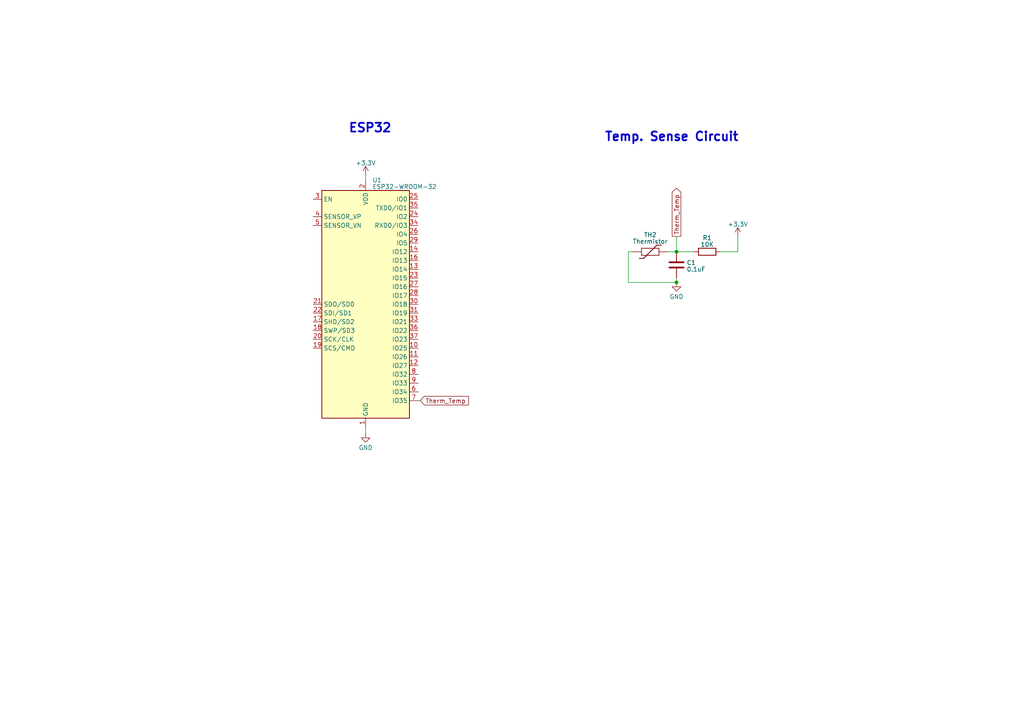
<source format=kicad_sch>
(kicad_sch (version 20230121) (generator eeschema)

  (uuid cee48722-130d-460d-9668-4c47b99c9a79)

  (paper "A4")

  (lib_symbols
    (symbol "Device:C" (pin_numbers hide) (pin_names (offset 0.254)) (in_bom yes) (on_board yes)
      (property "Reference" "C" (at 0.635 2.54 0)
        (effects (font (size 1.27 1.27)) (justify left))
      )
      (property "Value" "C" (at 0.635 -2.54 0)
        (effects (font (size 1.27 1.27)) (justify left))
      )
      (property "Footprint" "" (at 0.9652 -3.81 0)
        (effects (font (size 1.27 1.27)) hide)
      )
      (property "Datasheet" "~" (at 0 0 0)
        (effects (font (size 1.27 1.27)) hide)
      )
      (property "ki_keywords" "cap capacitor" (at 0 0 0)
        (effects (font (size 1.27 1.27)) hide)
      )
      (property "ki_description" "Unpolarized capacitor" (at 0 0 0)
        (effects (font (size 1.27 1.27)) hide)
      )
      (property "ki_fp_filters" "C_*" (at 0 0 0)
        (effects (font (size 1.27 1.27)) hide)
      )
      (symbol "C_0_1"
        (polyline
          (pts
            (xy -2.032 -0.762)
            (xy 2.032 -0.762)
          )
          (stroke (width 0.508) (type default))
          (fill (type none))
        )
        (polyline
          (pts
            (xy -2.032 0.762)
            (xy 2.032 0.762)
          )
          (stroke (width 0.508) (type default))
          (fill (type none))
        )
      )
      (symbol "C_1_1"
        (pin passive line (at 0 3.81 270) (length 2.794)
          (name "~" (effects (font (size 1.27 1.27))))
          (number "1" (effects (font (size 1.27 1.27))))
        )
        (pin passive line (at 0 -3.81 90) (length 2.794)
          (name "~" (effects (font (size 1.27 1.27))))
          (number "2" (effects (font (size 1.27 1.27))))
        )
      )
    )
    (symbol "Device:R" (pin_numbers hide) (pin_names (offset 0)) (in_bom yes) (on_board yes)
      (property "Reference" "R" (at 2.032 0 90)
        (effects (font (size 1.27 1.27)))
      )
      (property "Value" "R" (at 0 0 90)
        (effects (font (size 1.27 1.27)))
      )
      (property "Footprint" "" (at -1.778 0 90)
        (effects (font (size 1.27 1.27)) hide)
      )
      (property "Datasheet" "~" (at 0 0 0)
        (effects (font (size 1.27 1.27)) hide)
      )
      (property "ki_keywords" "R res resistor" (at 0 0 0)
        (effects (font (size 1.27 1.27)) hide)
      )
      (property "ki_description" "Resistor" (at 0 0 0)
        (effects (font (size 1.27 1.27)) hide)
      )
      (property "ki_fp_filters" "R_*" (at 0 0 0)
        (effects (font (size 1.27 1.27)) hide)
      )
      (symbol "R_0_1"
        (rectangle (start -1.016 -2.54) (end 1.016 2.54)
          (stroke (width 0.254) (type default))
          (fill (type none))
        )
      )
      (symbol "R_1_1"
        (pin passive line (at 0 3.81 270) (length 1.27)
          (name "~" (effects (font (size 1.27 1.27))))
          (number "1" (effects (font (size 1.27 1.27))))
        )
        (pin passive line (at 0 -3.81 90) (length 1.27)
          (name "~" (effects (font (size 1.27 1.27))))
          (number "2" (effects (font (size 1.27 1.27))))
        )
      )
    )
    (symbol "Device:Thermistor" (pin_numbers hide) (pin_names (offset 0)) (in_bom yes) (on_board yes)
      (property "Reference" "TH" (at 2.54 1.27 90)
        (effects (font (size 1.27 1.27)))
      )
      (property "Value" "Thermistor" (at -2.54 0 90)
        (effects (font (size 1.27 1.27)) (justify bottom))
      )
      (property "Footprint" "" (at 0 0 0)
        (effects (font (size 1.27 1.27)) hide)
      )
      (property "Datasheet" "~" (at 0 0 0)
        (effects (font (size 1.27 1.27)) hide)
      )
      (property "ki_keywords" "R res thermistor" (at 0 0 0)
        (effects (font (size 1.27 1.27)) hide)
      )
      (property "ki_description" "Temperature dependent resistor" (at 0 0 0)
        (effects (font (size 1.27 1.27)) hide)
      )
      (property "ki_fp_filters" "R_*" (at 0 0 0)
        (effects (font (size 1.27 1.27)) hide)
      )
      (symbol "Thermistor_0_1"
        (rectangle (start -1.016 2.54) (end 1.016 -2.54)
          (stroke (width 0.2032) (type default))
          (fill (type none))
        )
        (polyline
          (pts
            (xy -1.905 3.175)
            (xy -1.905 1.905)
            (xy 1.905 -1.905)
            (xy 1.905 -3.175)
            (xy 1.905 -3.175)
          )
          (stroke (width 0.254) (type default))
          (fill (type none))
        )
      )
      (symbol "Thermistor_1_1"
        (pin passive line (at 0 5.08 270) (length 2.54)
          (name "~" (effects (font (size 1.27 1.27))))
          (number "1" (effects (font (size 1.27 1.27))))
        )
        (pin passive line (at 0 -5.08 90) (length 2.54)
          (name "~" (effects (font (size 1.27 1.27))))
          (number "2" (effects (font (size 1.27 1.27))))
        )
      )
    )
    (symbol "MRDT_Connectors:Molex_SL_03" (pin_names (offset 1.016)) (in_bom yes) (on_board yes)
      (property "Reference" "Conn" (at 3.81 -1.27 0)
        (effects (font (size 1.524 1.524)))
      )
      (property "Value" "Molex_SL_03" (at 1.27 8.89 0)
        (effects (font (size 1.524 1.524)))
      )
      (property "Footprint" "" (at 0 0 0)
        (effects (font (size 1.524 1.524)) hide)
      )
      (property "Datasheet" "" (at 0 0 0)
        (effects (font (size 1.524 1.524)) hide)
      )
      (property "ki_keywords" "MOLEX SL" (at 0 0 0)
        (effects (font (size 1.27 1.27)) hide)
      )
      (symbol "Molex_SL_03_0_1"
        (rectangle (start 0 7.62) (end 2.54 0)
          (stroke (width 0) (type default))
          (fill (type none))
        )
      )
      (symbol "Molex_SL_03_1_1"
        (pin input line (at -5.08 6.35 0) (length 5.08)
          (name "~" (effects (font (size 1.27 1.27))))
          (number "1" (effects (font (size 1.27 1.27))))
        )
        (pin input line (at -5.08 3.81 0) (length 5.08)
          (name "~" (effects (font (size 1.27 1.27))))
          (number "2" (effects (font (size 1.27 1.27))))
        )
        (pin input line (at -5.08 1.27 0) (length 5.08)
          (name "~" (effects (font (size 1.27 1.27))))
          (number "3" (effects (font (size 1.27 1.27))))
        )
      )
    )
    (symbol "MRDT_Connectors:Molex_SL_04" (pin_names (offset 1.016)) (in_bom yes) (on_board yes)
      (property "Reference" "Conn" (at 3.81 -1.27 0)
        (effects (font (size 1.524 1.524)))
      )
      (property "Value" "Molex_SL_04" (at 1.27 11.43 0)
        (effects (font (size 1.524 1.524)))
      )
      (property "Footprint" "" (at 0 0 0)
        (effects (font (size 1.524 1.524)) hide)
      )
      (property "Datasheet" "" (at 0 0 0)
        (effects (font (size 1.524 1.524)) hide)
      )
      (property "ki_keywords" "MOLEX SL" (at 0 0 0)
        (effects (font (size 1.27 1.27)) hide)
      )
      (symbol "Molex_SL_04_0_1"
        (rectangle (start 0 10.16) (end 2.54 0)
          (stroke (width 0) (type default))
          (fill (type none))
        )
      )
      (symbol "Molex_SL_04_1_1"
        (pin input line (at -5.08 8.89 0) (length 5.08)
          (name "~" (effects (font (size 1.27 1.27))))
          (number "1" (effects (font (size 1.27 1.27))))
        )
        (pin input line (at -5.08 6.35 0) (length 5.08)
          (name "~" (effects (font (size 1.27 1.27))))
          (number "2" (effects (font (size 1.27 1.27))))
        )
        (pin input line (at -5.08 3.81 0) (length 5.08)
          (name "~" (effects (font (size 1.27 1.27))))
          (number "3" (effects (font (size 1.27 1.27))))
        )
        (pin input line (at -5.08 1.27 0) (length 5.08)
          (name "~" (effects (font (size 1.27 1.27))))
          (number "4" (effects (font (size 1.27 1.27))))
        )
      )
    )
    (symbol "RF_Module:ESP32-WROOM-32" (in_bom yes) (on_board yes)
      (property "Reference" "U" (at -12.7 34.29 0)
        (effects (font (size 1.27 1.27)) (justify left))
      )
      (property "Value" "ESP32-WROOM-32" (at 1.27 34.29 0)
        (effects (font (size 1.27 1.27)) (justify left))
      )
      (property "Footprint" "RF_Module:ESP32-WROOM-32" (at 0 -38.1 0)
        (effects (font (size 1.27 1.27)) hide)
      )
      (property "Datasheet" "https://www.espressif.com/sites/default/files/documentation/esp32-wroom-32_datasheet_en.pdf" (at -7.62 1.27 0)
        (effects (font (size 1.27 1.27)) hide)
      )
      (property "ki_keywords" "RF Radio BT ESP ESP32 Espressif onboard PCB antenna" (at 0 0 0)
        (effects (font (size 1.27 1.27)) hide)
      )
      (property "ki_description" "RF Module, ESP32-D0WDQ6 SoC, Wi-Fi 802.11b/g/n, Bluetooth, BLE, 32-bit, 2.7-3.6V, onboard antenna, SMD" (at 0 0 0)
        (effects (font (size 1.27 1.27)) hide)
      )
      (property "ki_fp_filters" "ESP32?WROOM?32*" (at 0 0 0)
        (effects (font (size 1.27 1.27)) hide)
      )
      (symbol "ESP32-WROOM-32_0_1"
        (rectangle (start -12.7 33.02) (end 12.7 -33.02)
          (stroke (width 0.254) (type default))
          (fill (type background))
        )
      )
      (symbol "ESP32-WROOM-32_1_1"
        (pin power_in line (at 0 -35.56 90) (length 2.54)
          (name "GND" (effects (font (size 1.27 1.27))))
          (number "1" (effects (font (size 1.27 1.27))))
        )
        (pin bidirectional line (at 15.24 -12.7 180) (length 2.54)
          (name "IO25" (effects (font (size 1.27 1.27))))
          (number "10" (effects (font (size 1.27 1.27))))
        )
        (pin bidirectional line (at 15.24 -15.24 180) (length 2.54)
          (name "IO26" (effects (font (size 1.27 1.27))))
          (number "11" (effects (font (size 1.27 1.27))))
        )
        (pin bidirectional line (at 15.24 -17.78 180) (length 2.54)
          (name "IO27" (effects (font (size 1.27 1.27))))
          (number "12" (effects (font (size 1.27 1.27))))
        )
        (pin bidirectional line (at 15.24 10.16 180) (length 2.54)
          (name "IO14" (effects (font (size 1.27 1.27))))
          (number "13" (effects (font (size 1.27 1.27))))
        )
        (pin bidirectional line (at 15.24 15.24 180) (length 2.54)
          (name "IO12" (effects (font (size 1.27 1.27))))
          (number "14" (effects (font (size 1.27 1.27))))
        )
        (pin passive line (at 0 -35.56 90) (length 2.54) hide
          (name "GND" (effects (font (size 1.27 1.27))))
          (number "15" (effects (font (size 1.27 1.27))))
        )
        (pin bidirectional line (at 15.24 12.7 180) (length 2.54)
          (name "IO13" (effects (font (size 1.27 1.27))))
          (number "16" (effects (font (size 1.27 1.27))))
        )
        (pin bidirectional line (at -15.24 -5.08 0) (length 2.54)
          (name "SHD/SD2" (effects (font (size 1.27 1.27))))
          (number "17" (effects (font (size 1.27 1.27))))
        )
        (pin bidirectional line (at -15.24 -7.62 0) (length 2.54)
          (name "SWP/SD3" (effects (font (size 1.27 1.27))))
          (number "18" (effects (font (size 1.27 1.27))))
        )
        (pin bidirectional line (at -15.24 -12.7 0) (length 2.54)
          (name "SCS/CMD" (effects (font (size 1.27 1.27))))
          (number "19" (effects (font (size 1.27 1.27))))
        )
        (pin power_in line (at 0 35.56 270) (length 2.54)
          (name "VDD" (effects (font (size 1.27 1.27))))
          (number "2" (effects (font (size 1.27 1.27))))
        )
        (pin bidirectional line (at -15.24 -10.16 0) (length 2.54)
          (name "SCK/CLK" (effects (font (size 1.27 1.27))))
          (number "20" (effects (font (size 1.27 1.27))))
        )
        (pin bidirectional line (at -15.24 0 0) (length 2.54)
          (name "SDO/SD0" (effects (font (size 1.27 1.27))))
          (number "21" (effects (font (size 1.27 1.27))))
        )
        (pin bidirectional line (at -15.24 -2.54 0) (length 2.54)
          (name "SDI/SD1" (effects (font (size 1.27 1.27))))
          (number "22" (effects (font (size 1.27 1.27))))
        )
        (pin bidirectional line (at 15.24 7.62 180) (length 2.54)
          (name "IO15" (effects (font (size 1.27 1.27))))
          (number "23" (effects (font (size 1.27 1.27))))
        )
        (pin bidirectional line (at 15.24 25.4 180) (length 2.54)
          (name "IO2" (effects (font (size 1.27 1.27))))
          (number "24" (effects (font (size 1.27 1.27))))
        )
        (pin bidirectional line (at 15.24 30.48 180) (length 2.54)
          (name "IO0" (effects (font (size 1.27 1.27))))
          (number "25" (effects (font (size 1.27 1.27))))
        )
        (pin bidirectional line (at 15.24 20.32 180) (length 2.54)
          (name "IO4" (effects (font (size 1.27 1.27))))
          (number "26" (effects (font (size 1.27 1.27))))
        )
        (pin bidirectional line (at 15.24 5.08 180) (length 2.54)
          (name "IO16" (effects (font (size 1.27 1.27))))
          (number "27" (effects (font (size 1.27 1.27))))
        )
        (pin bidirectional line (at 15.24 2.54 180) (length 2.54)
          (name "IO17" (effects (font (size 1.27 1.27))))
          (number "28" (effects (font (size 1.27 1.27))))
        )
        (pin bidirectional line (at 15.24 17.78 180) (length 2.54)
          (name "IO5" (effects (font (size 1.27 1.27))))
          (number "29" (effects (font (size 1.27 1.27))))
        )
        (pin input line (at -15.24 30.48 0) (length 2.54)
          (name "EN" (effects (font (size 1.27 1.27))))
          (number "3" (effects (font (size 1.27 1.27))))
        )
        (pin bidirectional line (at 15.24 0 180) (length 2.54)
          (name "IO18" (effects (font (size 1.27 1.27))))
          (number "30" (effects (font (size 1.27 1.27))))
        )
        (pin bidirectional line (at 15.24 -2.54 180) (length 2.54)
          (name "IO19" (effects (font (size 1.27 1.27))))
          (number "31" (effects (font (size 1.27 1.27))))
        )
        (pin no_connect line (at -12.7 -27.94 0) (length 2.54) hide
          (name "NC" (effects (font (size 1.27 1.27))))
          (number "32" (effects (font (size 1.27 1.27))))
        )
        (pin bidirectional line (at 15.24 -5.08 180) (length 2.54)
          (name "IO21" (effects (font (size 1.27 1.27))))
          (number "33" (effects (font (size 1.27 1.27))))
        )
        (pin bidirectional line (at 15.24 22.86 180) (length 2.54)
          (name "RXD0/IO3" (effects (font (size 1.27 1.27))))
          (number "34" (effects (font (size 1.27 1.27))))
        )
        (pin bidirectional line (at 15.24 27.94 180) (length 2.54)
          (name "TXD0/IO1" (effects (font (size 1.27 1.27))))
          (number "35" (effects (font (size 1.27 1.27))))
        )
        (pin bidirectional line (at 15.24 -7.62 180) (length 2.54)
          (name "IO22" (effects (font (size 1.27 1.27))))
          (number "36" (effects (font (size 1.27 1.27))))
        )
        (pin bidirectional line (at 15.24 -10.16 180) (length 2.54)
          (name "IO23" (effects (font (size 1.27 1.27))))
          (number "37" (effects (font (size 1.27 1.27))))
        )
        (pin passive line (at 0 -35.56 90) (length 2.54) hide
          (name "GND" (effects (font (size 1.27 1.27))))
          (number "38" (effects (font (size 1.27 1.27))))
        )
        (pin passive line (at 0 -35.56 90) (length 2.54) hide
          (name "GND" (effects (font (size 1.27 1.27))))
          (number "39" (effects (font (size 1.27 1.27))))
        )
        (pin input line (at -15.24 25.4 0) (length 2.54)
          (name "SENSOR_VP" (effects (font (size 1.27 1.27))))
          (number "4" (effects (font (size 1.27 1.27))))
        )
        (pin input line (at -15.24 22.86 0) (length 2.54)
          (name "SENSOR_VN" (effects (font (size 1.27 1.27))))
          (number "5" (effects (font (size 1.27 1.27))))
        )
        (pin input line (at 15.24 -25.4 180) (length 2.54)
          (name "IO34" (effects (font (size 1.27 1.27))))
          (number "6" (effects (font (size 1.27 1.27))))
        )
        (pin input line (at 15.24 -27.94 180) (length 2.54)
          (name "IO35" (effects (font (size 1.27 1.27))))
          (number "7" (effects (font (size 1.27 1.27))))
        )
        (pin bidirectional line (at 15.24 -20.32 180) (length 2.54)
          (name "IO32" (effects (font (size 1.27 1.27))))
          (number "8" (effects (font (size 1.27 1.27))))
        )
        (pin bidirectional line (at 15.24 -22.86 180) (length 2.54)
          (name "IO33" (effects (font (size 1.27 1.27))))
          (number "9" (effects (font (size 1.27 1.27))))
        )
      )
    )
    (symbol "Transistor_FET:BS170" (pin_names hide) (in_bom yes) (on_board yes)
      (property "Reference" "Q" (at 5.08 1.905 0)
        (effects (font (size 1.27 1.27)) (justify left))
      )
      (property "Value" "BS170" (at 5.08 0 0)
        (effects (font (size 1.27 1.27)) (justify left))
      )
      (property "Footprint" "Package_TO_SOT_THT:TO-92_Inline" (at 5.08 -1.905 0)
        (effects (font (size 1.27 1.27) italic) (justify left) hide)
      )
      (property "Datasheet" "https://www.onsemi.com/pub/Collateral/BS170-D.PDF" (at 0 0 0)
        (effects (font (size 1.27 1.27)) (justify left) hide)
      )
      (property "ki_keywords" "N-Channel MOSFET" (at 0 0 0)
        (effects (font (size 1.27 1.27)) hide)
      )
      (property "ki_description" "0.5A Id, 60V Vds, N-Channel MOSFET, TO-92" (at 0 0 0)
        (effects (font (size 1.27 1.27)) hide)
      )
      (property "ki_fp_filters" "TO?92*" (at 0 0 0)
        (effects (font (size 1.27 1.27)) hide)
      )
      (symbol "BS170_0_1"
        (polyline
          (pts
            (xy 0.254 0)
            (xy -2.54 0)
          )
          (stroke (width 0) (type default))
          (fill (type none))
        )
        (polyline
          (pts
            (xy 0.254 1.905)
            (xy 0.254 -1.905)
          )
          (stroke (width 0.254) (type default))
          (fill (type none))
        )
        (polyline
          (pts
            (xy 0.762 -1.27)
            (xy 0.762 -2.286)
          )
          (stroke (width 0.254) (type default))
          (fill (type none))
        )
        (polyline
          (pts
            (xy 0.762 0.508)
            (xy 0.762 -0.508)
          )
          (stroke (width 0.254) (type default))
          (fill (type none))
        )
        (polyline
          (pts
            (xy 0.762 2.286)
            (xy 0.762 1.27)
          )
          (stroke (width 0.254) (type default))
          (fill (type none))
        )
        (polyline
          (pts
            (xy 2.54 2.54)
            (xy 2.54 1.778)
          )
          (stroke (width 0) (type default))
          (fill (type none))
        )
        (polyline
          (pts
            (xy 2.54 -2.54)
            (xy 2.54 0)
            (xy 0.762 0)
          )
          (stroke (width 0) (type default))
          (fill (type none))
        )
        (polyline
          (pts
            (xy 0.762 -1.778)
            (xy 3.302 -1.778)
            (xy 3.302 1.778)
            (xy 0.762 1.778)
          )
          (stroke (width 0) (type default))
          (fill (type none))
        )
        (polyline
          (pts
            (xy 1.016 0)
            (xy 2.032 0.381)
            (xy 2.032 -0.381)
            (xy 1.016 0)
          )
          (stroke (width 0) (type default))
          (fill (type outline))
        )
        (polyline
          (pts
            (xy 2.794 0.508)
            (xy 2.921 0.381)
            (xy 3.683 0.381)
            (xy 3.81 0.254)
          )
          (stroke (width 0) (type default))
          (fill (type none))
        )
        (polyline
          (pts
            (xy 3.302 0.381)
            (xy 2.921 -0.254)
            (xy 3.683 -0.254)
            (xy 3.302 0.381)
          )
          (stroke (width 0) (type default))
          (fill (type none))
        )
        (circle (center 1.651 0) (radius 2.794)
          (stroke (width 0.254) (type default))
          (fill (type none))
        )
        (circle (center 2.54 -1.778) (radius 0.254)
          (stroke (width 0) (type default))
          (fill (type outline))
        )
        (circle (center 2.54 1.778) (radius 0.254)
          (stroke (width 0) (type default))
          (fill (type outline))
        )
      )
      (symbol "BS170_1_1"
        (pin passive line (at 2.54 5.08 270) (length 2.54)
          (name "D" (effects (font (size 1.27 1.27))))
          (number "1" (effects (font (size 1.27 1.27))))
        )
        (pin input line (at -5.08 0 0) (length 2.54)
          (name "G" (effects (font (size 1.27 1.27))))
          (number "2" (effects (font (size 1.27 1.27))))
        )
        (pin passive line (at 2.54 -5.08 90) (length 2.54)
          (name "S" (effects (font (size 1.27 1.27))))
          (number "3" (effects (font (size 1.27 1.27))))
        )
      )
    )
    (symbol "power:+24V" (power) (pin_names (offset 0)) (in_bom yes) (on_board yes)
      (property "Reference" "#PWR" (at 0 -3.81 0)
        (effects (font (size 1.27 1.27)) hide)
      )
      (property "Value" "+24V" (at 0 3.556 0)
        (effects (font (size 1.27 1.27)))
      )
      (property "Footprint" "" (at 0 0 0)
        (effects (font (size 1.27 1.27)) hide)
      )
      (property "Datasheet" "" (at 0 0 0)
        (effects (font (size 1.27 1.27)) hide)
      )
      (property "ki_keywords" "global power" (at 0 0 0)
        (effects (font (size 1.27 1.27)) hide)
      )
      (property "ki_description" "Power symbol creates a global label with name \"+24V\"" (at 0 0 0)
        (effects (font (size 1.27 1.27)) hide)
      )
      (symbol "+24V_0_1"
        (polyline
          (pts
            (xy -0.762 1.27)
            (xy 0 2.54)
          )
          (stroke (width 0) (type default))
          (fill (type none))
        )
        (polyline
          (pts
            (xy 0 0)
            (xy 0 2.54)
          )
          (stroke (width 0) (type default))
          (fill (type none))
        )
        (polyline
          (pts
            (xy 0 2.54)
            (xy 0.762 1.27)
          )
          (stroke (width 0) (type default))
          (fill (type none))
        )
      )
      (symbol "+24V_1_1"
        (pin power_in line (at 0 0 90) (length 0) hide
          (name "+24V" (effects (font (size 1.27 1.27))))
          (number "1" (effects (font (size 1.27 1.27))))
        )
      )
    )
    (symbol "power:+3.3V" (power) (pin_names (offset 0)) (in_bom yes) (on_board yes)
      (property "Reference" "#PWR" (at 0 -3.81 0)
        (effects (font (size 1.27 1.27)) hide)
      )
      (property "Value" "+3.3V" (at 0 3.556 0)
        (effects (font (size 1.27 1.27)))
      )
      (property "Footprint" "" (at 0 0 0)
        (effects (font (size 1.27 1.27)) hide)
      )
      (property "Datasheet" "" (at 0 0 0)
        (effects (font (size 1.27 1.27)) hide)
      )
      (property "ki_keywords" "global power" (at 0 0 0)
        (effects (font (size 1.27 1.27)) hide)
      )
      (property "ki_description" "Power symbol creates a global label with name \"+3.3V\"" (at 0 0 0)
        (effects (font (size 1.27 1.27)) hide)
      )
      (symbol "+3.3V_0_1"
        (polyline
          (pts
            (xy -0.762 1.27)
            (xy 0 2.54)
          )
          (stroke (width 0) (type default))
          (fill (type none))
        )
        (polyline
          (pts
            (xy 0 0)
            (xy 0 2.54)
          )
          (stroke (width 0) (type default))
          (fill (type none))
        )
        (polyline
          (pts
            (xy 0 2.54)
            (xy 0.762 1.27)
          )
          (stroke (width 0) (type default))
          (fill (type none))
        )
      )
      (symbol "+3.3V_1_1"
        (pin power_in line (at 0 0 90) (length 0) hide
          (name "+3.3V" (effects (font (size 1.27 1.27))))
          (number "1" (effects (font (size 1.27 1.27))))
        )
      )
    )
    (symbol "power:GND" (power) (pin_names (offset 0)) (in_bom yes) (on_board yes)
      (property "Reference" "#PWR" (at 0 -6.35 0)
        (effects (font (size 1.27 1.27)) hide)
      )
      (property "Value" "GND" (at 0 -3.81 0)
        (effects (font (size 1.27 1.27)))
      )
      (property "Footprint" "" (at 0 0 0)
        (effects (font (size 1.27 1.27)) hide)
      )
      (property "Datasheet" "" (at 0 0 0)
        (effects (font (size 1.27 1.27)) hide)
      )
      (property "ki_keywords" "global power" (at 0 0 0)
        (effects (font (size 1.27 1.27)) hide)
      )
      (property "ki_description" "Power symbol creates a global label with name \"GND\" , ground" (at 0 0 0)
        (effects (font (size 1.27 1.27)) hide)
      )
      (symbol "GND_0_1"
        (polyline
          (pts
            (xy 0 0)
            (xy 0 -1.27)
            (xy 1.27 -1.27)
            (xy 0 -2.54)
            (xy -1.27 -1.27)
            (xy 0 -1.27)
          )
          (stroke (width 0) (type default))
          (fill (type none))
        )
      )
      (symbol "GND_1_1"
        (pin power_in line (at 0 0 270) (length 0) hide
          (name "GND" (effects (font (size 1.27 1.27))))
          (number "1" (effects (font (size 1.27 1.27))))
        )
      )
    )
  )

  (junction (at 196.215 73.025) (diameter 0) (color 0 0 0 0)
    (uuid 04c4ff2c-5833-48ff-b627-db9022521426)
  )
  (junction (at 367.03 40.005) (diameter 0) (color 0 0 0 0)
    (uuid 34d54b81-2dd7-4be6-8a23-08bbb8550a88)
  )
  (junction (at 196.215 81.915) (diameter 0) (color 0 0 0 0)
    (uuid 6ae3066e-735b-4883-b473-04e2db58a42b)
  )
  (junction (at 480.695 48.26) (diameter 0) (color 0 0 0 0)
    (uuid 7b035080-6788-486c-a895-3c88084507bf)
  )
  (junction (at 355.6 59.69) (diameter 0) (color 0 0 0 0)
    (uuid 93c813bb-0465-4217-bde4-2251e5e7ce34)
  )
  (junction (at 480.695 40.64) (diameter 0) (color 0 0 0 0)
    (uuid c57830be-28dc-4cde-b6ee-ed13b2a9e430)
  )
  (junction (at 367.03 48.895) (diameter 0) (color 0 0 0 0)
    (uuid e93a39e5-9df3-4ef9-8dbb-50c1ed3fc66d)
  )
  (junction (at 367.03 70.485) (diameter 0) (color 0 0 0 0)
    (uuid ff27a1ef-fac3-42e8-8733-e40ae859ccd1)
  )

  (wire (pts (xy 213.995 73.025) (xy 213.995 68.58))
    (stroke (width 0) (type default))
    (uuid 06a74497-1edb-4597-bf1f-c3c9a4fde083)
  )
  (wire (pts (xy 480.695 45.72) (xy 480.695 48.26))
    (stroke (width 0) (type default))
    (uuid 18e99e11-bbfc-403f-883b-ec52ef6673c8)
  )
  (wire (pts (xy 370.84 48.895) (xy 367.03 48.895))
    (stroke (width 0) (type default))
    (uuid 18f603ea-5301-45ad-be29-9215dddca896)
  )
  (wire (pts (xy 355.6 59.69) (xy 359.41 59.69))
    (stroke (width 0) (type default))
    (uuid 2a5c9bde-aabd-449c-a3ad-6fc482472075)
  )
  (wire (pts (xy 367.03 40.005) (xy 367.03 48.895))
    (stroke (width 0) (type default))
    (uuid 2f2f51eb-ac32-4fea-a593-baeb5ddb6ddc)
  )
  (wire (pts (xy 367.03 25.4) (xy 367.03 27.94))
    (stroke (width 0) (type default))
    (uuid 2f504f92-a8cf-4895-aa1a-87051af678af)
  )
  (wire (pts (xy 367.03 70.485) (xy 367.03 74.295))
    (stroke (width 0) (type default))
    (uuid 334a4c2b-f51b-45d9-ae99-777772352fbf)
  )
  (wire (pts (xy 367.03 64.77) (xy 367.03 70.485))
    (stroke (width 0) (type default))
    (uuid 348cd150-9a68-4ec0-8ff5-3d08e7bab1b2)
  )
  (wire (pts (xy 355.6 70.485) (xy 367.03 70.485))
    (stroke (width 0) (type default))
    (uuid 358c15b4-8646-4dd0-aca0-c25e2d74306f)
  )
  (wire (pts (xy 196.215 81.915) (xy 182.245 81.915))
    (stroke (width 0) (type default))
    (uuid 4924fb12-e662-4578-a0b2-9ae7ea5ae49c)
  )
  (wire (pts (xy 367.03 48.895) (xy 367.03 54.61))
    (stroke (width 0) (type default))
    (uuid 4b62f695-3d79-4934-b0b8-69de9dc6f220)
  )
  (wire (pts (xy 196.215 68.58) (xy 196.215 73.025))
    (stroke (width 0) (type default))
    (uuid 673d9c1f-d788-4cc5-b167-c42c476161e5)
  )
  (wire (pts (xy 182.245 73.025) (xy 183.515 73.025))
    (stroke (width 0) (type default))
    (uuid 76be87bc-7a1c-4953-bfe3-715d4a60b211)
  )
  (wire (pts (xy 196.215 80.645) (xy 196.215 81.915))
    (stroke (width 0) (type default))
    (uuid 799c34d0-0ca6-4731-b2b8-fc419f276019)
  )
  (wire (pts (xy 121.92 116.205) (xy 121.285 116.205))
    (stroke (width 0) (type default))
    (uuid 7b2cd74f-3beb-417c-9a12-eb1b346c53c4)
  )
  (wire (pts (xy 106.045 50.8) (xy 106.045 52.705))
    (stroke (width 0) (type default))
    (uuid 813c7ee0-f293-4727-9c82-e220bc10b638)
  )
  (wire (pts (xy 350.52 59.69) (xy 355.6 59.69))
    (stroke (width 0) (type default))
    (uuid 9d95e4a0-d2a7-4913-852b-82c22227cc27)
  )
  (wire (pts (xy 360.68 40.005) (xy 367.03 40.005))
    (stroke (width 0) (type default))
    (uuid a31c92d4-f484-4cb1-9559-be75f4cd8a1a)
  )
  (wire (pts (xy 182.245 81.915) (xy 182.245 73.025))
    (stroke (width 0) (type default))
    (uuid ad180259-7f2e-4ea1-adbb-4932c12b815e)
  )
  (wire (pts (xy 196.215 73.025) (xy 201.295 73.025))
    (stroke (width 0) (type default))
    (uuid c4da2374-92b6-41a0-875e-e13a71044566)
  )
  (wire (pts (xy 193.675 73.025) (xy 196.215 73.025))
    (stroke (width 0) (type default))
    (uuid c610b034-9ff6-4537-aa6a-ead6b38f8b4f)
  )
  (wire (pts (xy 355.6 59.69) (xy 355.6 62.865))
    (stroke (width 0) (type default))
    (uuid ea6efb53-1972-4bd2-8a56-d2e6408464e8)
  )
  (wire (pts (xy 367.03 38.1) (xy 367.03 40.005))
    (stroke (width 0) (type default))
    (uuid f0dd275d-60bf-4d47-9427-317e1b105358)
  )
  (wire (pts (xy 480.695 40.64) (xy 480.695 43.18))
    (stroke (width 0) (type default))
    (uuid f7ce1f5a-d5c0-4876-b340-5ca79f77d524)
  )
  (wire (pts (xy 106.045 125.73) (xy 106.045 123.825))
    (stroke (width 0) (type default))
    (uuid f9409bf2-6f88-4408-a541-ec0ca26b28b7)
  )
  (wire (pts (xy 208.915 73.025) (xy 213.995 73.025))
    (stroke (width 0) (type default))
    (uuid fee6b946-611d-4098-b0c4-cc360645d33b)
  )

  (text "ESP32" (at 100.965 38.735 0)
    (effects (font (size 2.54 2.54) (thickness 0.508) bold) (justify left bottom))
    (uuid 2d64d8f1-2350-4712-bff0-020cf195fc3e)
  )
  (text "Heating Trace Circuit" (at 314.325 27.94 0)
    (effects (font (size 2.54 2.54) (thickness 0.381) bold) (justify left bottom))
    (uuid 416a1397-f6b4-4998-85ea-0033679eefc1)
  )
  (text "Power and Signal Connectors" (at 458.47 29.21 0)
    (effects (font (size 2.54 2.54) (thickness 0.381) bold) (justify left bottom))
    (uuid 8cf04e23-b558-46b8-9592-f692f432b9e9)
  )
  (text "Pull Down Resistor" (at 332.105 67.945 0)
    (effects (font (size 1.27 1.27)) (justify left bottom))
    (uuid 95851a2b-20d2-48f0-b845-b55b752224c1)
  )
  (text "Temp. Sense Circuit" (at 175.26 41.275 0)
    (effects (font (size 2.54 2.54) (thickness 0.508) bold) (justify left bottom))
    (uuid e830bdca-7864-404f-b683-25a142abfa77)
  )

  (label "Heating_Trace" (at 370.84 48.895 0) (fields_autoplaced)
    (effects (font (size 1.27 1.27)) (justify left bottom))
    (uuid 5b5ab897-a729-43fe-8a32-c20802807efa)
  )

  (global_label "Temp_Sense" (shape output) (at 360.68 40.005 180) (fields_autoplaced)
    (effects (font (size 1.27 1.27)) (justify right))
    (uuid 05214923-cd81-45be-8c61-31d054267e69)
    (property "Intersheetrefs" "${INTERSHEET_REFS}" (at 346.3443 40.005 0)
      (effects (font (size 1.27 1.27)) (justify right) hide)
    )
  )
  (global_label "Temp_Sense" (shape input) (at 481.33 62.865 180) (fields_autoplaced)
    (effects (font (size 1.27 1.27)) (justify right))
    (uuid 46adbfc6-09dc-4174-86b2-01e76c521176)
    (property "Intersheetrefs" "${INTERSHEET_REFS}" (at 466.9943 62.865 0)
      (effects (font (size 1.27 1.27)) (justify right) hide)
    )
  )
  (global_label "Gate_Driving_Board" (shape input) (at 350.52 59.69 180) (fields_autoplaced)
    (effects (font (size 1.27 1.27)) (justify right))
    (uuid 5d741e61-e2f6-41e5-8bc4-3571ef25a431)
    (property "Intersheetrefs" "${INTERSHEET_REFS}" (at 329.4111 59.69 0)
      (effects (font (size 1.27 1.27)) (justify right) hide)
    )
  )
  (global_label "Therm_Temp" (shape input) (at 121.92 116.205 0) (fields_autoplaced)
    (effects (font (size 1.27 1.27)) (justify left))
    (uuid a556f730-51f9-4862-8c71-3078bfc00778)
    (property "Intersheetrefs" "${INTERSHEET_REFS}" (at 136.3766 116.205 0)
      (effects (font (size 1.27 1.27)) (justify left) hide)
    )
  )
  (global_label "Therm_Temp" (shape output) (at 196.215 68.58 90) (fields_autoplaced)
    (effects (font (size 1.27 1.27)) (justify left))
    (uuid cda7e81d-753c-471c-a24c-06fdcc8cce4e)
    (property "Intersheetrefs" "${INTERSHEET_REFS}" (at 196.215 54.1234 90)
      (effects (font (size 1.27 1.27)) (justify left) hide)
    )
  )
  (global_label "Gate_Driving_Board" (shape output) (at 481.33 65.405 180) (fields_autoplaced)
    (effects (font (size 1.27 1.27)) (justify right))
    (uuid cf0e72fb-fbde-48a4-b661-9136a4af8e78)
    (property "Intersheetrefs" "${INTERSHEET_REFS}" (at 460.2211 65.405 0)
      (effects (font (size 1.27 1.27)) (justify right) hide)
    )
  )

  (symbol (lib_id "Device:Thermistor") (at 367.03 33.02 0) (unit 1)
    (in_bom yes) (on_board yes) (dnp no) (fields_autoplaced)
    (uuid 0aca9373-52c4-43fe-93a5-1b51c8834c90)
    (property "Reference" "TH1" (at 369.697 32.3763 0)
      (effects (font (size 1.27 1.27)) (justify left))
    )
    (property "Value" "Thermistor" (at 369.697 34.2973 0)
      (effects (font (size 1.27 1.27)) (justify left))
    )
    (property "Footprint" "" (at 367.03 33.02 0)
      (effects (font (size 1.27 1.27)) hide)
    )
    (property "Datasheet" "~" (at 367.03 33.02 0)
      (effects (font (size 1.27 1.27)) hide)
    )
    (pin "1" (uuid 1569ea88-6c84-4d84-b0b0-34a56099fcec))
    (pin "2" (uuid af3f1c2b-69fd-41b7-8765-bc0dce485b49))
    (instances
      (project "SeniorDesignHeater"
        (path "/cee48722-130d-460d-9668-4c47b99c9a79"
          (reference "TH1") (unit 1)
        )
      )
    )
  )

  (symbol (lib_id "power:+3.3V") (at 213.995 68.58 0) (unit 1)
    (in_bom yes) (on_board yes) (dnp no) (fields_autoplaced)
    (uuid 0f74bd39-e9c5-405d-9e50-38a990043d23)
    (property "Reference" "#PWR08" (at 213.995 72.39 0)
      (effects (font (size 1.27 1.27)) hide)
    )
    (property "Value" "+3.3V" (at 213.995 65.0781 0)
      (effects (font (size 1.27 1.27)))
    )
    (property "Footprint" "" (at 213.995 68.58 0)
      (effects (font (size 1.27 1.27)) hide)
    )
    (property "Datasheet" "" (at 213.995 68.58 0)
      (effects (font (size 1.27 1.27)) hide)
    )
    (pin "1" (uuid fc357225-2dbe-4d20-b795-5819e523f2b1))
    (instances
      (project "SeniorDesignHeater"
        (path "/cee48722-130d-460d-9668-4c47b99c9a79"
          (reference "#PWR08") (unit 1)
        )
      )
    )
  )

  (symbol (lib_id "MRDT_Connectors:Molex_SL_04") (at 485.775 49.53 0) (unit 1)
    (in_bom yes) (on_board yes) (dnp no) (fields_autoplaced)
    (uuid 117d4819-1c75-461c-9767-79c5fbe1681c)
    (property "Reference" "Conn1" (at 488.95 43.703 0)
      (effects (font (size 1.524 1.524)) (justify left))
    )
    (property "Value" "Molex_SL_04" (at 488.95 45.9572 0)
      (effects (font (size 1.524 1.524)) (justify left))
    )
    (property "Footprint" "" (at 485.775 49.53 0)
      (effects (font (size 1.524 1.524)) hide)
    )
    (property "Datasheet" "" (at 485.775 49.53 0)
      (effects (font (size 1.524 1.524)) hide)
    )
    (pin "1" (uuid f058b1da-d2b2-4ee4-8bdb-445999f1ece3))
    (pin "2" (uuid 4e820abb-0f85-48a6-92cf-4f60fb709e2d))
    (pin "3" (uuid ed0ffc16-4038-40b8-af83-d3aefa520717))
    (pin "4" (uuid 2913bb47-27ef-4713-b69f-fffd92500077))
    (instances
      (project "SeniorDesignHeater"
        (path "/cee48722-130d-460d-9668-4c47b99c9a79"
          (reference "Conn1") (unit 1)
        )
      )
    )
  )

  (symbol (lib_id "power:GND") (at 480.695 48.26 0) (unit 1)
    (in_bom yes) (on_board yes) (dnp no) (fields_autoplaced)
    (uuid 30606b25-6ece-4f20-a171-23f0878d6df0)
    (property "Reference" "#PWR04" (at 480.695 54.61 0)
      (effects (font (size 1.27 1.27)) hide)
    )
    (property "Value" "GND" (at 480.695 52.3955 0)
      (effects (font (size 1.27 1.27)))
    )
    (property "Footprint" "" (at 480.695 48.26 0)
      (effects (font (size 1.27 1.27)) hide)
    )
    (property "Datasheet" "" (at 480.695 48.26 0)
      (effects (font (size 1.27 1.27)) hide)
    )
    (pin "1" (uuid d79340fb-7488-42d6-8058-41364bc162b2))
    (instances
      (project "SeniorDesignHeater"
        (path "/cee48722-130d-460d-9668-4c47b99c9a79"
          (reference "#PWR04") (unit 1)
        )
      )
    )
  )

  (symbol (lib_id "power:+3.3V") (at 106.045 50.8 0) (unit 1)
    (in_bom yes) (on_board yes) (dnp no) (fields_autoplaced)
    (uuid 417d518f-e50b-43af-b6ec-c07488545cb1)
    (property "Reference" "#PWR06" (at 106.045 54.61 0)
      (effects (font (size 1.27 1.27)) hide)
    )
    (property "Value" "+3.3V" (at 106.045 47.2981 0)
      (effects (font (size 1.27 1.27)))
    )
    (property "Footprint" "" (at 106.045 50.8 0)
      (effects (font (size 1.27 1.27)) hide)
    )
    (property "Datasheet" "" (at 106.045 50.8 0)
      (effects (font (size 1.27 1.27)) hide)
    )
    (pin "1" (uuid b82c788c-c015-4464-aa5e-08cb6c3d9ea0))
    (instances
      (project "SeniorDesignHeater"
        (path "/cee48722-130d-460d-9668-4c47b99c9a79"
          (reference "#PWR06") (unit 1)
        )
      )
    )
  )

  (symbol (lib_id "MRDT_Connectors:Molex_SL_03") (at 486.41 69.215 0) (unit 1)
    (in_bom yes) (on_board yes) (dnp no) (fields_autoplaced)
    (uuid 429d1564-fdb3-441e-983d-4c58335e4043)
    (property "Reference" "Conn2" (at 489.585 64.658 0)
      (effects (font (size 1.524 1.524)) (justify left))
    )
    (property "Value" "Molex_SL_03" (at 489.585 66.9122 0)
      (effects (font (size 1.524 1.524)) (justify left))
    )
    (property "Footprint" "" (at 486.41 69.215 0)
      (effects (font (size 1.524 1.524)) hide)
    )
    (property "Datasheet" "" (at 486.41 69.215 0)
      (effects (font (size 1.524 1.524)) hide)
    )
    (pin "1" (uuid c6ce132f-b6d9-446e-a64f-6165b0e6b597))
    (pin "2" (uuid c0d37e8d-805c-46da-b668-710f24ba2798))
    (pin "3" (uuid c447cb7a-b671-4c5e-9759-c7c290a49240))
    (instances
      (project "SeniorDesignHeater"
        (path "/cee48722-130d-460d-9668-4c47b99c9a79"
          (reference "Conn2") (unit 1)
        )
      )
    )
  )

  (symbol (lib_id "Device:Thermistor") (at 188.595 73.025 90) (unit 1)
    (in_bom yes) (on_board yes) (dnp no) (fields_autoplaced)
    (uuid 4bbc7281-f51b-4697-8118-60e9c5c957ce)
    (property "Reference" "TH2" (at 188.595 68.1101 90)
      (effects (font (size 1.27 1.27)))
    )
    (property "Value" "Thermistor" (at 188.595 70.0311 90)
      (effects (font (size 1.27 1.27)))
    )
    (property "Footprint" "" (at 188.595 73.025 0)
      (effects (font (size 1.27 1.27)) hide)
    )
    (property "Datasheet" "~" (at 188.595 73.025 0)
      (effects (font (size 1.27 1.27)) hide)
    )
    (pin "1" (uuid 2de68e91-e2a1-4070-805f-ed0ee29def89))
    (pin "2" (uuid 0b4468de-0c4e-40c6-b5bd-c4af3cfe13d9))
    (instances
      (project "SeniorDesignHeater"
        (path "/cee48722-130d-460d-9668-4c47b99c9a79"
          (reference "TH2") (unit 1)
        )
      )
    )
  )

  (symbol (lib_id "Transistor_FET:BS170") (at 364.49 59.69 0) (mirror x) (unit 1)
    (in_bom yes) (on_board yes) (dnp no)
    (uuid 50d1888d-82d0-4f7d-b24b-f988fce8e4b3)
    (property "Reference" "Q1" (at 369.697 60.3337 0)
      (effects (font (size 1.27 1.27)) (justify left))
    )
    (property "Value" "BS170" (at 369.697 58.4127 0)
      (effects (font (size 1.27 1.27)) (justify left))
    )
    (property "Footprint" "Package_TO_SOT_THT:TO-92_Inline" (at 369.57 57.785 0)
      (effects (font (size 1.27 1.27) italic) (justify left) hide)
    )
    (property "Datasheet" "https://www.onsemi.com/pub/Collateral/BS170-D.PDF" (at 364.49 59.69 0)
      (effects (font (size 1.27 1.27)) (justify left) hide)
    )
    (pin "1" (uuid acd82967-fc14-40a8-b668-559102caeca5))
    (pin "2" (uuid 47a35acd-c832-4f19-b2f0-07aedfad568e))
    (pin "3" (uuid c0573e4c-366f-4d8a-9769-cf1910e76705))
    (instances
      (project "SeniorDesignHeater"
        (path "/cee48722-130d-460d-9668-4c47b99c9a79"
          (reference "Q1") (unit 1)
        )
      )
    )
  )

  (symbol (lib_id "power:+24V") (at 367.03 25.4 0) (unit 1)
    (in_bom yes) (on_board yes) (dnp no) (fields_autoplaced)
    (uuid 576ee436-6786-473e-b5e9-a8768f854499)
    (property "Reference" "#PWR01" (at 367.03 29.21 0)
      (effects (font (size 1.27 1.27)) hide)
    )
    (property "Value" "+24V" (at 367.03 21.8981 0)
      (effects (font (size 1.27 1.27)))
    )
    (property "Footprint" "" (at 367.03 25.4 0)
      (effects (font (size 1.27 1.27)) hide)
    )
    (property "Datasheet" "" (at 367.03 25.4 0)
      (effects (font (size 1.27 1.27)) hide)
    )
    (pin "1" (uuid 80ab199b-b961-4651-9660-e5bf9e1cdcf4))
    (instances
      (project "SeniorDesignHeater"
        (path "/cee48722-130d-460d-9668-4c47b99c9a79"
          (reference "#PWR01") (unit 1)
        )
      )
    )
  )

  (symbol (lib_id "power:GND") (at 196.215 81.915 0) (unit 1)
    (in_bom yes) (on_board yes) (dnp no) (fields_autoplaced)
    (uuid 69a3c269-ee00-4866-9458-2ac1e6d1a3b8)
    (property "Reference" "#PWR09" (at 196.215 88.265 0)
      (effects (font (size 1.27 1.27)) hide)
    )
    (property "Value" "GND" (at 196.215 86.0505 0)
      (effects (font (size 1.27 1.27)))
    )
    (property "Footprint" "" (at 196.215 81.915 0)
      (effects (font (size 1.27 1.27)) hide)
    )
    (property "Datasheet" "" (at 196.215 81.915 0)
      (effects (font (size 1.27 1.27)) hide)
    )
    (pin "1" (uuid 8498c1e6-474f-4994-a6c5-fadcf12a159f))
    (instances
      (project "SeniorDesignHeater"
        (path "/cee48722-130d-460d-9668-4c47b99c9a79"
          (reference "#PWR09") (unit 1)
        )
      )
    )
  )

  (symbol (lib_id "Device:C") (at 196.215 76.835 0) (unit 1)
    (in_bom yes) (on_board yes) (dnp no) (fields_autoplaced)
    (uuid 6b343b5a-e66f-482f-a9d1-d9a18006b294)
    (property "Reference" "C1" (at 199.136 76.1913 0)
      (effects (font (size 1.27 1.27)) (justify left))
    )
    (property "Value" "0.1uF" (at 199.136 78.1123 0)
      (effects (font (size 1.27 1.27)) (justify left))
    )
    (property "Footprint" "" (at 197.1802 80.645 0)
      (effects (font (size 1.27 1.27)) hide)
    )
    (property "Datasheet" "~" (at 196.215 76.835 0)
      (effects (font (size 1.27 1.27)) hide)
    )
    (pin "1" (uuid ccfeb694-035f-4ce9-9876-6ff5ab2fb849))
    (pin "2" (uuid 032a09a1-5eeb-45c4-922e-66c17331b300))
    (instances
      (project "SeniorDesignHeater"
        (path "/cee48722-130d-460d-9668-4c47b99c9a79"
          (reference "C1") (unit 1)
        )
      )
    )
  )

  (symbol (lib_id "power:GND") (at 106.045 125.73 0) (unit 1)
    (in_bom yes) (on_board yes) (dnp no) (fields_autoplaced)
    (uuid 723ac363-2c40-4a80-ac2f-d3644d03646b)
    (property "Reference" "#PWR07" (at 106.045 132.08 0)
      (effects (font (size 1.27 1.27)) hide)
    )
    (property "Value" "GND" (at 106.045 129.8655 0)
      (effects (font (size 1.27 1.27)))
    )
    (property "Footprint" "" (at 106.045 125.73 0)
      (effects (font (size 1.27 1.27)) hide)
    )
    (property "Datasheet" "" (at 106.045 125.73 0)
      (effects (font (size 1.27 1.27)) hide)
    )
    (pin "1" (uuid a32bb080-1441-437e-95fc-45fa656ac9a8))
    (instances
      (project "SeniorDesignHeater"
        (path "/cee48722-130d-460d-9668-4c47b99c9a79"
          (reference "#PWR07") (unit 1)
        )
      )
    )
  )

  (symbol (lib_id "power:GND") (at 481.33 67.945 0) (unit 1)
    (in_bom yes) (on_board yes) (dnp no) (fields_autoplaced)
    (uuid 81892a74-7d6c-4cdc-8737-cff15d5ff37b)
    (property "Reference" "#PWR05" (at 481.33 74.295 0)
      (effects (font (size 1.27 1.27)) hide)
    )
    (property "Value" "GND" (at 481.33 72.0805 0)
      (effects (font (size 1.27 1.27)))
    )
    (property "Footprint" "" (at 481.33 67.945 0)
      (effects (font (size 1.27 1.27)) hide)
    )
    (property "Datasheet" "" (at 481.33 67.945 0)
      (effects (font (size 1.27 1.27)) hide)
    )
    (pin "1" (uuid 8c590cd3-3b31-4bc5-8035-865dcf0e27f1))
    (instances
      (project "SeniorDesignHeater"
        (path "/cee48722-130d-460d-9668-4c47b99c9a79"
          (reference "#PWR05") (unit 1)
        )
      )
    )
  )

  (symbol (lib_id "power:+24V") (at 480.695 40.64 0) (unit 1)
    (in_bom yes) (on_board yes) (dnp no) (fields_autoplaced)
    (uuid aea56a7a-ceb3-46ea-9e3b-109d85fce4d4)
    (property "Reference" "#PWR03" (at 480.695 44.45 0)
      (effects (font (size 1.27 1.27)) hide)
    )
    (property "Value" "+24V" (at 480.695 37.1381 0)
      (effects (font (size 1.27 1.27)))
    )
    (property "Footprint" "" (at 480.695 40.64 0)
      (effects (font (size 1.27 1.27)) hide)
    )
    (property "Datasheet" "" (at 480.695 40.64 0)
      (effects (font (size 1.27 1.27)) hide)
    )
    (pin "1" (uuid d6d05ffb-ad9d-49b7-a217-174b866e3969))
    (instances
      (project "SeniorDesignHeater"
        (path "/cee48722-130d-460d-9668-4c47b99c9a79"
          (reference "#PWR03") (unit 1)
        )
      )
    )
  )

  (symbol (lib_id "RF_Module:ESP32-WROOM-32") (at 106.045 88.265 0) (unit 1)
    (in_bom yes) (on_board yes) (dnp no) (fields_autoplaced)
    (uuid cf46bbee-067c-44a8-b628-fa1f98b00082)
    (property "Reference" "U1" (at 108.0009 52.2351 0)
      (effects (font (size 1.27 1.27)) (justify left))
    )
    (property "Value" "ESP32-WROOM-32" (at 108.0009 54.1561 0)
      (effects (font (size 1.27 1.27)) (justify left))
    )
    (property "Footprint" "RF_Module:ESP32-WROOM-32" (at 106.045 126.365 0)
      (effects (font (size 1.27 1.27)) hide)
    )
    (property "Datasheet" "https://www.espressif.com/sites/default/files/documentation/esp32-wroom-32_datasheet_en.pdf" (at 98.425 86.995 0)
      (effects (font (size 1.27 1.27)) hide)
    )
    (pin "1" (uuid 37ac5f1d-d81b-4171-b25e-582750027c48))
    (pin "10" (uuid 191660ce-3615-415a-b765-5dc0793df1ab))
    (pin "11" (uuid f5fa0e21-ac4a-430b-82fe-8de66729e81a))
    (pin "12" (uuid b8209636-8f49-451a-9814-07a064f21045))
    (pin "13" (uuid e14e9fd6-0040-4a8f-ac4c-8a443183d6cc))
    (pin "14" (uuid 3d6b4f45-f692-4e1b-a52b-445d1ce90482))
    (pin "15" (uuid f464dac3-3e9f-4c00-b254-ff96a01e5de5))
    (pin "16" (uuid 42c75e8e-3b01-45ed-af3c-b5ad033db818))
    (pin "17" (uuid 4951959b-4577-4641-b509-4b309f5ab7cc))
    (pin "18" (uuid c99fd853-76c8-4941-92c8-4a8b3d8b56c3))
    (pin "19" (uuid c9811906-2baf-484e-a2d1-3f16b93a4113))
    (pin "2" (uuid 0c495128-4525-4723-a148-edd8925a74a1))
    (pin "20" (uuid 072c96a6-1605-46f6-a1f9-b7c2ea3753a2))
    (pin "21" (uuid c908fe40-a734-4539-8348-b63812245f81))
    (pin "22" (uuid d0619e1c-6ae5-4bd9-b25d-f225123ddd58))
    (pin "23" (uuid ad39373c-e5ea-406c-bf89-1f3fd305f258))
    (pin "24" (uuid aa67f40e-2f75-4101-887e-39ad537d3d86))
    (pin "25" (uuid 60f610fd-e440-4165-a807-8fc26e8bad69))
    (pin "26" (uuid ecdb1b78-a4db-4e69-bf38-0d40bcf7f751))
    (pin "27" (uuid 346683b2-65bd-46d7-aa0e-9cbc6d6b0324))
    (pin "28" (uuid d34962ed-20aa-4ad8-959d-7b974ccb31a3))
    (pin "29" (uuid 7c38ca05-1911-4cde-b41a-f0f4fbee4489))
    (pin "3" (uuid 6cd09934-5678-454b-9981-6401665f036f))
    (pin "30" (uuid 61e70277-89ee-4d25-bd09-5a984cef5d36))
    (pin "31" (uuid cb7bae57-d4c5-40fb-bec3-fc071b16d6e9))
    (pin "32" (uuid c4f32a0e-29c8-4d5e-8254-a4eb13fa75a8))
    (pin "33" (uuid 04bb9ae4-b0dd-4e78-b841-60e4cfdf3439))
    (pin "34" (uuid 17d78b14-6543-4b82-80c1-98a13866c5e1))
    (pin "35" (uuid 8eccad1f-dcad-4581-8e6b-6a59a0289824))
    (pin "36" (uuid 42b2d382-b01e-4058-9cb6-d05e9ddb16ec))
    (pin "37" (uuid 4c4e4c61-e477-4314-b3a4-d4f5efe9301a))
    (pin "38" (uuid 19728886-ca1f-476a-bd53-c99241cff398))
    (pin "39" (uuid e55cdcc2-3833-4285-9195-44eb88185bb5))
    (pin "4" (uuid 87611703-087b-4d74-9cf2-6d4811645e14))
    (pin "5" (uuid ff80a8e4-1002-4934-8b09-387ca0fe6e42))
    (pin "6" (uuid d5ccb9c8-c382-4322-8d5b-d9e14f1e2c16))
    (pin "7" (uuid dcad076f-0a29-476b-a055-701dcc14a1bf))
    (pin "8" (uuid 1eb89a45-1b99-471b-b6c9-8385b526bd77))
    (pin "9" (uuid e8eadea6-6519-4927-88cc-ae65740caa7b))
    (instances
      (project "SeniorDesignHeater"
        (path "/cee48722-130d-460d-9668-4c47b99c9a79"
          (reference "U1") (unit 1)
        )
      )
    )
  )

  (symbol (lib_id "Device:R") (at 355.6 66.675 0) (unit 1)
    (in_bom yes) (on_board yes) (dnp no) (fields_autoplaced)
    (uuid d07fbe3a-649e-4162-b811-f0c54f8a002b)
    (property "Reference" "R2" (at 357.378 66.0313 0)
      (effects (font (size 1.27 1.27)) (justify left))
    )
    (property "Value" "4.7k" (at 357.378 67.9523 0)
      (effects (font (size 1.27 1.27)) (justify left))
    )
    (property "Footprint" "" (at 353.822 66.675 90)
      (effects (font (size 1.27 1.27)) hide)
    )
    (property "Datasheet" "~" (at 355.6 66.675 0)
      (effects (font (size 1.27 1.27)) hide)
    )
    (pin "1" (uuid fcc4344a-f6c9-4a02-b0fd-910ca8620f9c))
    (pin "2" (uuid 19beecaf-0319-4358-905c-d2ec0d129d62))
    (instances
      (project "SeniorDesignHeater"
        (path "/cee48722-130d-460d-9668-4c47b99c9a79"
          (reference "R2") (unit 1)
        )
      )
    )
  )

  (symbol (lib_id "power:GND") (at 367.03 74.295 0) (unit 1)
    (in_bom yes) (on_board yes) (dnp no) (fields_autoplaced)
    (uuid d9fc889a-5f54-4425-98b6-67375f92d281)
    (property "Reference" "#PWR02" (at 367.03 80.645 0)
      (effects (font (size 1.27 1.27)) hide)
    )
    (property "Value" "GND" (at 367.03 78.4305 0)
      (effects (font (size 1.27 1.27)))
    )
    (property "Footprint" "" (at 367.03 74.295 0)
      (effects (font (size 1.27 1.27)) hide)
    )
    (property "Datasheet" "" (at 367.03 74.295 0)
      (effects (font (size 1.27 1.27)) hide)
    )
    (pin "1" (uuid c34352f6-2d30-4303-b179-d4249d03e0a6))
    (instances
      (project "SeniorDesignHeater"
        (path "/cee48722-130d-460d-9668-4c47b99c9a79"
          (reference "#PWR02") (unit 1)
        )
      )
    )
  )

  (symbol (lib_id "Device:R") (at 205.105 73.025 90) (unit 1)
    (in_bom yes) (on_board yes) (dnp no) (fields_autoplaced)
    (uuid ef3f8c1e-0bb4-4a83-bb30-1cd032ae303b)
    (property "Reference" "R1" (at 205.105 68.9991 90)
      (effects (font (size 1.27 1.27)))
    )
    (property "Value" "10K" (at 205.105 70.9201 90)
      (effects (font (size 1.27 1.27)))
    )
    (property "Footprint" "" (at 205.105 74.803 90)
      (effects (font (size 1.27 1.27)) hide)
    )
    (property "Datasheet" "~" (at 205.105 73.025 0)
      (effects (font (size 1.27 1.27)) hide)
    )
    (pin "1" (uuid 89774a32-9b73-4924-9e70-99ff24968f69))
    (pin "2" (uuid ec01adba-7d0f-48e2-a358-12645876dfe1))
    (instances
      (project "SeniorDesignHeater"
        (path "/cee48722-130d-460d-9668-4c47b99c9a79"
          (reference "R1") (unit 1)
        )
      )
    )
  )

  (sheet_instances
    (path "/" (page "1"))
  )
)

</source>
